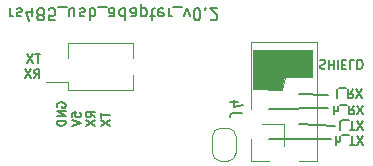
<source format=gbr>
G04 #@! TF.GenerationSoftware,KiCad,Pcbnew,5.1.5-52549c5~84~ubuntu18.04.1*
G04 #@! TF.CreationDate,2020-05-04T20:07:59+02:00*
G04 #@! TF.ProjectId,rs485_usb_adapter,72733438-355f-4757-9362-5f6164617074,rev?*
G04 #@! TF.SameCoordinates,Original*
G04 #@! TF.FileFunction,Legend,Bot*
G04 #@! TF.FilePolarity,Positive*
%FSLAX46Y46*%
G04 Gerber Fmt 4.6, Leading zero omitted, Abs format (unit mm)*
G04 Created by KiCad (PCBNEW 5.1.5-52549c5~84~ubuntu18.04.1) date 2020-05-04 20:07:59*
%MOMM*%
%LPD*%
G04 APERTURE LIST*
%ADD10C,0.150000*%
%ADD11C,0.100000*%
%ADD12C,0.120000*%
G04 APERTURE END LIST*
D10*
X148738095Y-83667619D02*
X148738095Y-84334285D01*
X148738095Y-84143809D02*
X148785714Y-84239047D01*
X148833333Y-84286666D01*
X148928571Y-84334285D01*
X149023809Y-84334285D01*
X149309523Y-83715238D02*
X149404761Y-83667619D01*
X149595238Y-83667619D01*
X149690476Y-83715238D01*
X149738095Y-83810476D01*
X149738095Y-83858095D01*
X149690476Y-83953333D01*
X149595238Y-84000952D01*
X149452380Y-84000952D01*
X149357142Y-84048571D01*
X149309523Y-84143809D01*
X149309523Y-84191428D01*
X149357142Y-84286666D01*
X149452380Y-84334285D01*
X149595238Y-84334285D01*
X149690476Y-84286666D01*
X150595238Y-84334285D02*
X150595238Y-83667619D01*
X150357142Y-84715238D02*
X150119047Y-84000952D01*
X150738095Y-84000952D01*
X151261904Y-84239047D02*
X151166666Y-84286666D01*
X151119047Y-84334285D01*
X151071428Y-84429523D01*
X151071428Y-84477142D01*
X151119047Y-84572380D01*
X151166666Y-84620000D01*
X151261904Y-84667619D01*
X151452380Y-84667619D01*
X151547619Y-84620000D01*
X151595238Y-84572380D01*
X151642857Y-84477142D01*
X151642857Y-84429523D01*
X151595238Y-84334285D01*
X151547619Y-84286666D01*
X151452380Y-84239047D01*
X151261904Y-84239047D01*
X151166666Y-84191428D01*
X151119047Y-84143809D01*
X151071428Y-84048571D01*
X151071428Y-83858095D01*
X151119047Y-83762857D01*
X151166666Y-83715238D01*
X151261904Y-83667619D01*
X151452380Y-83667619D01*
X151547619Y-83715238D01*
X151595238Y-83762857D01*
X151642857Y-83858095D01*
X151642857Y-84048571D01*
X151595238Y-84143809D01*
X151547619Y-84191428D01*
X151452380Y-84239047D01*
X152547619Y-84667619D02*
X152071428Y-84667619D01*
X152023809Y-84191428D01*
X152071428Y-84239047D01*
X152166666Y-84286666D01*
X152404761Y-84286666D01*
X152500000Y-84239047D01*
X152547619Y-84191428D01*
X152595238Y-84096190D01*
X152595238Y-83858095D01*
X152547619Y-83762857D01*
X152500000Y-83715238D01*
X152404761Y-83667619D01*
X152166666Y-83667619D01*
X152071428Y-83715238D01*
X152023809Y-83762857D01*
X152785714Y-83572380D02*
X153547619Y-83572380D01*
X154214285Y-84334285D02*
X154214285Y-83667619D01*
X153785714Y-84334285D02*
X153785714Y-83810476D01*
X153833333Y-83715238D01*
X153928571Y-83667619D01*
X154071428Y-83667619D01*
X154166666Y-83715238D01*
X154214285Y-83762857D01*
X154642857Y-83715238D02*
X154738095Y-83667619D01*
X154928571Y-83667619D01*
X155023809Y-83715238D01*
X155071428Y-83810476D01*
X155071428Y-83858095D01*
X155023809Y-83953333D01*
X154928571Y-84000952D01*
X154785714Y-84000952D01*
X154690476Y-84048571D01*
X154642857Y-84143809D01*
X154642857Y-84191428D01*
X154690476Y-84286666D01*
X154785714Y-84334285D01*
X154928571Y-84334285D01*
X155023809Y-84286666D01*
X155500000Y-83667619D02*
X155500000Y-84667619D01*
X155500000Y-84286666D02*
X155595238Y-84334285D01*
X155785714Y-84334285D01*
X155880952Y-84286666D01*
X155928571Y-84239047D01*
X155976190Y-84143809D01*
X155976190Y-83858095D01*
X155928571Y-83762857D01*
X155880952Y-83715238D01*
X155785714Y-83667619D01*
X155595238Y-83667619D01*
X155500000Y-83715238D01*
X156166666Y-83572380D02*
X156928571Y-83572380D01*
X157595238Y-83667619D02*
X157595238Y-84191428D01*
X157547619Y-84286666D01*
X157452380Y-84334285D01*
X157261904Y-84334285D01*
X157166666Y-84286666D01*
X157595238Y-83715238D02*
X157500000Y-83667619D01*
X157261904Y-83667619D01*
X157166666Y-83715238D01*
X157119047Y-83810476D01*
X157119047Y-83905714D01*
X157166666Y-84000952D01*
X157261904Y-84048571D01*
X157500000Y-84048571D01*
X157595238Y-84096190D01*
X158500000Y-83667619D02*
X158500000Y-84667619D01*
X158500000Y-83715238D02*
X158404761Y-83667619D01*
X158214285Y-83667619D01*
X158119047Y-83715238D01*
X158071428Y-83762857D01*
X158023809Y-83858095D01*
X158023809Y-84143809D01*
X158071428Y-84239047D01*
X158119047Y-84286666D01*
X158214285Y-84334285D01*
X158404761Y-84334285D01*
X158500000Y-84286666D01*
X159404761Y-83667619D02*
X159404761Y-84191428D01*
X159357142Y-84286666D01*
X159261904Y-84334285D01*
X159071428Y-84334285D01*
X158976190Y-84286666D01*
X159404761Y-83715238D02*
X159309523Y-83667619D01*
X159071428Y-83667619D01*
X158976190Y-83715238D01*
X158928571Y-83810476D01*
X158928571Y-83905714D01*
X158976190Y-84000952D01*
X159071428Y-84048571D01*
X159309523Y-84048571D01*
X159404761Y-84096190D01*
X159880952Y-84334285D02*
X159880952Y-83334285D01*
X159880952Y-84286666D02*
X159976190Y-84334285D01*
X160166666Y-84334285D01*
X160261904Y-84286666D01*
X160309523Y-84239047D01*
X160357142Y-84143809D01*
X160357142Y-83858095D01*
X160309523Y-83762857D01*
X160261904Y-83715238D01*
X160166666Y-83667619D01*
X159976190Y-83667619D01*
X159880952Y-83715238D01*
X160642857Y-84334285D02*
X161023809Y-84334285D01*
X160785714Y-84667619D02*
X160785714Y-83810476D01*
X160833333Y-83715238D01*
X160928571Y-83667619D01*
X161023809Y-83667619D01*
X161738095Y-83715238D02*
X161642857Y-83667619D01*
X161452380Y-83667619D01*
X161357142Y-83715238D01*
X161309523Y-83810476D01*
X161309523Y-84191428D01*
X161357142Y-84286666D01*
X161452380Y-84334285D01*
X161642857Y-84334285D01*
X161738095Y-84286666D01*
X161785714Y-84191428D01*
X161785714Y-84096190D01*
X161309523Y-84000952D01*
X162214285Y-83667619D02*
X162214285Y-84334285D01*
X162214285Y-84143809D02*
X162261904Y-84239047D01*
X162309523Y-84286666D01*
X162404761Y-84334285D01*
X162500000Y-84334285D01*
X162595238Y-83572380D02*
X163357142Y-83572380D01*
X163500000Y-84334285D02*
X163738095Y-83667619D01*
X163976190Y-84334285D01*
X164547619Y-84667619D02*
X164642857Y-84667619D01*
X164738095Y-84620000D01*
X164785714Y-84572380D01*
X164833333Y-84477142D01*
X164880952Y-84286666D01*
X164880952Y-84048571D01*
X164833333Y-83858095D01*
X164785714Y-83762857D01*
X164738095Y-83715238D01*
X164642857Y-83667619D01*
X164547619Y-83667619D01*
X164452380Y-83715238D01*
X164404761Y-83762857D01*
X164357142Y-83858095D01*
X164309523Y-84048571D01*
X164309523Y-84286666D01*
X164357142Y-84477142D01*
X164404761Y-84572380D01*
X164452380Y-84620000D01*
X164547619Y-84667619D01*
X165309523Y-83762857D02*
X165357142Y-83715238D01*
X165309523Y-83667619D01*
X165261904Y-83715238D01*
X165309523Y-83762857D01*
X165309523Y-83667619D01*
X165738095Y-84572380D02*
X165785714Y-84620000D01*
X165880952Y-84667619D01*
X166119047Y-84667619D01*
X166214285Y-84620000D01*
X166261904Y-84572380D01*
X166309523Y-84477142D01*
X166309523Y-84381904D01*
X166261904Y-84239047D01*
X165690476Y-83667619D01*
X166309523Y-83667619D01*
X150785000Y-89569285D02*
X151035000Y-89212142D01*
X151213571Y-89569285D02*
X151213571Y-88819285D01*
X150927857Y-88819285D01*
X150856428Y-88855000D01*
X150820714Y-88890714D01*
X150785000Y-88962142D01*
X150785000Y-89069285D01*
X150820714Y-89140714D01*
X150856428Y-89176428D01*
X150927857Y-89212142D01*
X151213571Y-89212142D01*
X150535000Y-88819285D02*
X150035000Y-89569285D01*
X150035000Y-88819285D02*
X150535000Y-89569285D01*
X151321428Y-87549285D02*
X150892857Y-87549285D01*
X151107142Y-88299285D02*
X151107142Y-87549285D01*
X150714285Y-87549285D02*
X150214285Y-88299285D01*
X150214285Y-87549285D02*
X150714285Y-88299285D01*
X174996428Y-88076428D02*
X175103571Y-88040714D01*
X175282142Y-88040714D01*
X175353571Y-88076428D01*
X175389285Y-88112142D01*
X175425000Y-88183571D01*
X175425000Y-88255000D01*
X175389285Y-88326428D01*
X175353571Y-88362142D01*
X175282142Y-88397857D01*
X175139285Y-88433571D01*
X175067857Y-88469285D01*
X175032142Y-88505000D01*
X174996428Y-88576428D01*
X174996428Y-88647857D01*
X175032142Y-88719285D01*
X175067857Y-88755000D01*
X175139285Y-88790714D01*
X175317857Y-88790714D01*
X175425000Y-88755000D01*
X175746428Y-88040714D02*
X175746428Y-88790714D01*
X175746428Y-88433571D02*
X176175000Y-88433571D01*
X176175000Y-88040714D02*
X176175000Y-88790714D01*
X176532142Y-88040714D02*
X176532142Y-88790714D01*
X176889285Y-88433571D02*
X177139285Y-88433571D01*
X177246428Y-88040714D02*
X176889285Y-88040714D01*
X176889285Y-88790714D01*
X177246428Y-88790714D01*
X177925000Y-88040714D02*
X177567857Y-88040714D01*
X177567857Y-88790714D01*
X178175000Y-88040714D02*
X178175000Y-88790714D01*
X178353571Y-88790714D01*
X178460714Y-88755000D01*
X178532142Y-88683571D01*
X178567857Y-88612142D01*
X178603571Y-88469285D01*
X178603571Y-88362142D01*
X178567857Y-88219285D01*
X178532142Y-88147857D01*
X178460714Y-88076428D01*
X178353571Y-88040714D01*
X178175000Y-88040714D01*
D11*
G36*
X174350000Y-89510000D02*
G01*
X172010000Y-89510000D01*
X171760000Y-90550000D01*
X169360000Y-90500000D01*
X169360000Y-87200000D01*
X174350000Y-87200000D01*
X174350000Y-89510000D01*
G37*
X174350000Y-89510000D02*
X172010000Y-89510000D01*
X171760000Y-90550000D01*
X169360000Y-90500000D01*
X169360000Y-87200000D01*
X174350000Y-87200000D01*
X174350000Y-89510000D01*
D10*
X173200000Y-90940000D02*
X175710000Y-91000000D01*
X170690000Y-92200000D02*
X175710000Y-92130000D01*
X173220000Y-93470000D02*
X176270000Y-93590000D01*
X170700000Y-94740000D02*
X175960000Y-94740000D01*
X176531428Y-90520714D02*
X176460000Y-90556428D01*
X176424285Y-90627857D01*
X176424285Y-91270714D01*
X176638571Y-90449285D02*
X177210000Y-90449285D01*
X177817142Y-90520714D02*
X177567142Y-90877857D01*
X177388571Y-90520714D02*
X177388571Y-91270714D01*
X177674285Y-91270714D01*
X177745714Y-91235000D01*
X177781428Y-91199285D01*
X177817142Y-91127857D01*
X177817142Y-91020714D01*
X177781428Y-90949285D01*
X177745714Y-90913571D01*
X177674285Y-90877857D01*
X177388571Y-90877857D01*
X178067142Y-91270714D02*
X178567142Y-90520714D01*
X178567142Y-91270714D02*
X178067142Y-90520714D01*
X176770714Y-93180714D02*
X176699285Y-93216428D01*
X176663571Y-93287857D01*
X176663571Y-93930714D01*
X176877857Y-93109285D02*
X177449285Y-93109285D01*
X177520714Y-93930714D02*
X177949285Y-93930714D01*
X177735000Y-93180714D02*
X177735000Y-93930714D01*
X178127857Y-93930714D02*
X178627857Y-93180714D01*
X178627857Y-93930714D02*
X178127857Y-93180714D01*
X176221428Y-91890714D02*
X176221428Y-92640714D01*
X176542857Y-91890714D02*
X176542857Y-92283571D01*
X176507142Y-92355000D01*
X176435714Y-92390714D01*
X176328571Y-92390714D01*
X176257142Y-92355000D01*
X176221428Y-92319285D01*
X176721428Y-91819285D02*
X177292857Y-91819285D01*
X177900000Y-91890714D02*
X177650000Y-92247857D01*
X177471428Y-91890714D02*
X177471428Y-92640714D01*
X177757142Y-92640714D01*
X177828571Y-92605000D01*
X177864285Y-92569285D01*
X177900000Y-92497857D01*
X177900000Y-92390714D01*
X177864285Y-92319285D01*
X177828571Y-92283571D01*
X177757142Y-92247857D01*
X177471428Y-92247857D01*
X178150000Y-92640714D02*
X178650000Y-91890714D01*
X178650000Y-92640714D02*
X178150000Y-91890714D01*
X176390714Y-94450714D02*
X176390714Y-95200714D01*
X176712142Y-94450714D02*
X176712142Y-94843571D01*
X176676428Y-94915000D01*
X176605000Y-94950714D01*
X176497857Y-94950714D01*
X176426428Y-94915000D01*
X176390714Y-94879285D01*
X176890714Y-94379285D02*
X177462142Y-94379285D01*
X177533571Y-95200714D02*
X177962142Y-95200714D01*
X177747857Y-94450714D02*
X177747857Y-95200714D01*
X178140714Y-95200714D02*
X178640714Y-94450714D01*
X178640714Y-95200714D02*
X178140714Y-94450714D01*
X156499285Y-92498571D02*
X156499285Y-92927142D01*
X157249285Y-92712857D02*
X156499285Y-92712857D01*
X156499285Y-93105714D02*
X157249285Y-93605714D01*
X156499285Y-93605714D02*
X157249285Y-93105714D01*
X155959285Y-92885000D02*
X155602142Y-92635000D01*
X155959285Y-92456428D02*
X155209285Y-92456428D01*
X155209285Y-92742142D01*
X155245000Y-92813571D01*
X155280714Y-92849285D01*
X155352142Y-92885000D01*
X155459285Y-92885000D01*
X155530714Y-92849285D01*
X155566428Y-92813571D01*
X155602142Y-92742142D01*
X155602142Y-92456428D01*
X155209285Y-93135000D02*
X155959285Y-93635000D01*
X155209285Y-93635000D02*
X155959285Y-93135000D01*
X152745000Y-92028571D02*
X152709285Y-91957142D01*
X152709285Y-91850000D01*
X152745000Y-91742857D01*
X152816428Y-91671428D01*
X152887857Y-91635714D01*
X153030714Y-91600000D01*
X153137857Y-91600000D01*
X153280714Y-91635714D01*
X153352142Y-91671428D01*
X153423571Y-91742857D01*
X153459285Y-91850000D01*
X153459285Y-91921428D01*
X153423571Y-92028571D01*
X153387857Y-92064285D01*
X153137857Y-92064285D01*
X153137857Y-91921428D01*
X153459285Y-92385714D02*
X152709285Y-92385714D01*
X153459285Y-92814285D01*
X152709285Y-92814285D01*
X153459285Y-93171428D02*
X152709285Y-93171428D01*
X152709285Y-93350000D01*
X152745000Y-93457142D01*
X152816428Y-93528571D01*
X152887857Y-93564285D01*
X153030714Y-93600000D01*
X153137857Y-93600000D01*
X153280714Y-93564285D01*
X153352142Y-93528571D01*
X153423571Y-93457142D01*
X153459285Y-93350000D01*
X153459285Y-93171428D01*
X154009285Y-92857142D02*
X154009285Y-92500000D01*
X154366428Y-92464285D01*
X154330714Y-92500000D01*
X154295000Y-92571428D01*
X154295000Y-92750000D01*
X154330714Y-92821428D01*
X154366428Y-92857142D01*
X154437857Y-92892857D01*
X154616428Y-92892857D01*
X154687857Y-92857142D01*
X154723571Y-92821428D01*
X154759285Y-92750000D01*
X154759285Y-92571428D01*
X154723571Y-92500000D01*
X154687857Y-92464285D01*
X154009285Y-93107142D02*
X154759285Y-93357142D01*
X154009285Y-93607142D01*
D12*
X169140000Y-92200000D02*
X169140000Y-86515000D01*
X169140000Y-86515000D02*
X174740000Y-86515000D01*
X174740000Y-96615000D02*
X174740000Y-86515000D01*
X173210000Y-96615000D02*
X174740000Y-96615000D01*
X171940000Y-95340000D02*
X171940000Y-93470000D01*
X171940000Y-93470000D02*
X170070000Y-93470000D01*
X169140000Y-94740000D02*
X169140000Y-96615000D01*
X169140000Y-96615000D02*
X170670000Y-96615000D01*
X167900000Y-94500000D02*
G75*
G03X167200000Y-93800000I-700000J0D01*
G01*
X166600000Y-93800000D02*
G75*
G03X165900000Y-94500000I0J-700000D01*
G01*
X165900000Y-95900000D02*
G75*
G03X166600000Y-96600000I700000J0D01*
G01*
X167200000Y-96600000D02*
G75*
G03X167900000Y-95900000I0J700000D01*
G01*
X166600000Y-96600000D02*
X167200000Y-96600000D01*
X165900000Y-94500000D02*
X165900000Y-95900000D01*
X167200000Y-93800000D02*
X166600000Y-93800000D01*
X167900000Y-95900000D02*
X167900000Y-94500000D01*
X153680000Y-86615000D02*
X159200000Y-86615000D01*
X151830000Y-89895000D02*
X153680000Y-89895000D01*
X153680000Y-90545000D02*
X153680000Y-89895000D01*
X153680000Y-90545000D02*
X159200000Y-90545000D01*
X159200000Y-90545000D02*
X159200000Y-89276000D01*
X153680000Y-87885000D02*
X153680000Y-86615000D01*
X159200000Y-87885000D02*
X159200000Y-86615000D01*
D10*
X168397119Y-92485833D02*
X167682833Y-92485833D01*
X167539976Y-92533452D01*
X167444738Y-92628690D01*
X167397119Y-92771547D01*
X167397119Y-92866785D01*
X168063785Y-91581071D02*
X167397119Y-91581071D01*
X168444738Y-91819166D02*
X167730452Y-92057261D01*
X167730452Y-91438214D01*
M02*

</source>
